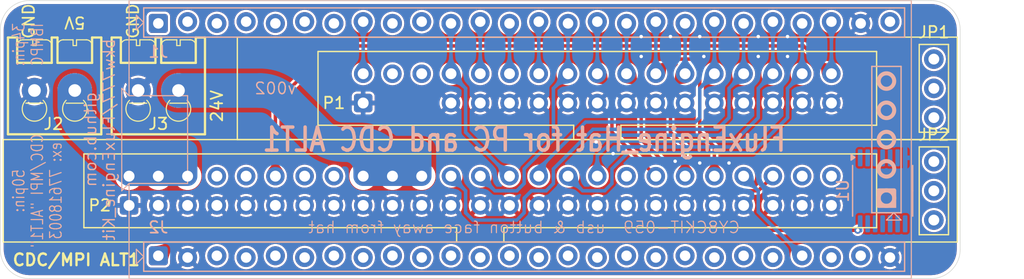
<source format=kicad_pcb>
(kicad_pcb (version 20240108) (generator "pcbnew") (generator_version "8.0")
  (title_block (title "FluxEngine_Hat for PC and CDC ALT1") (date "2024-04-25") (rev "002") (company "Brian K. White - b.kenyon.w@gmail.com") (comment 1 "github.com/bkw777/FluxEngine_Kit"))
  (layers (0 "F.Cu" signal) (31 "B.Cu" signal) (34 "B.Paste" user) (35 "F.Paste" user) (36 "B.SilkS" user "B.Silkscreen") (37 "F.SilkS" user "F.Silkscreen") (38 "B.Mask" user) (39 "F.Mask" user) (44 "Edge.Cuts" user))
  (net 0 "")
  (net 1 "GND")
  (net 4 "/SIDE")
  (net 5 "/~{DSB}")
  (net 6 "/~{REDWC}")
  (net 7 "/~{TRK0}")
  (net 8 "/~{MOTB}")
  (net 9 "/~{WGATE}")
  (net 10 "/~{INDEX}")
  (net 11 "/~{WPROT}")
  (net 12 "/~{DSA}")
  (net 13 "/~{MOTA}")
  (net 14 "/~{STEP}")
  (net 15 "/DIR")
  (net 36 "VCC")
  (net 48 "/5VDC")
  (net 49 "/24VDC")
  (net 54 "/~{DSKCHG}")
  (net 57 "/~{WDATA}")
  (net 58 "/~{RDATA}")
  (net 60 "/~{TG43}")
  (net 62 "/~{STEP}{slash}~{STEPOUT}")
  (net 63 "/~{STEP_OUT}")
  (net 64 "/~{STEP_IN}")
  (net 65 "/DIR{slash}~{STEPIN}")
  (net 66 "Net-(U1-Pad12)")
  (net 67 "Net-(U1-Pad13)")
  (footprint "000_LOCAL:PinHeader_1x03_P2.54mm_Vertical" (layer "F.Cu") (at 183.515001 98.424999)
    (property "Reference" "JP2" (at 0 -2.33 0) (layer "F.SilkS"))
    (property "Value" "Jumper_3_Bridged12")
    (fp_line (start -1.27 -1.27) (end -1.27 6.35) (stroke (width 0.12)) (layer "F.SilkS"))
    (fp_line (start -1.27 -1.27) (end 1.27 -1.27) (stroke (width 0.12)) (layer "F.SilkS"))
    (fp_line (start -1.27 6.35) (end 1.27 6.35) (stroke (width 0.12)) (layer "F.SilkS"))
    (fp_line (start 1.27 -1.27) (end 1.27 6.35) (stroke (width 0.12)) (layer "F.SilkS"))
    (pad "1" thru_hole circle (at 0 0) (size 1.7 1.7) (drill 0.94) (layers "*.Cu" "*.Mask") (net 15 "/DIR"))
    (pad "2" thru_hole circle (at 0 2.54) (size 1.7 1.7) (drill 0.94) (layers "*.Cu" "*.Mask") (net 65 "/DIR{slash}~{STEPIN}"))
    (pad "3" thru_hole circle (at 0 5.08) (size 1.7 1.7) (drill 0.94) (layers "*.Cu" "*.Mask") (net 64 "/~{STEP_IN}"))
  )
  (footprint "000_LOCAL:IDC-Header_2x17_P2.54mm_Latch_Vertical - FDD" (layer "F.Cu") (at 133.985 93.345 90)
    (property "Reference" "P1" (at 0 -2.54 0) (layer "F.SilkS"))
    (property "Value" "FDC_BUS_IBMPC")
    (fp_line (start 5.715 -10.922) (end 5.715 51.562) (stroke (width 0.12)) (layer "F.SilkS"))
    (fp_line (start -3.175 -10.922) (end 5.715 -10.922) (stroke (width 0.12)) (layer "F.SilkS"))
    (fp_line (start 4.47 -3.92) (end 4.47 44.56) (stroke (width 0.12)) (layer "F.SilkS"))
    (fp_line (start -1.93 -3.92) (end 4.47 -3.92) (stroke (width 0.12)) (layer "F.SilkS"))
    (fp_line (start -1.93 18.27) (end -1.93 -3.92) (stroke (width 0.12)) (layer "F.SilkS"))
    (fp_line (start -3.175 18.27) (end -1.93 18.27) (stroke (width 0.12)) (layer "F.SilkS"))
    (fp_line (start -1.93 22.37) (end -1.93 22.37) (stroke (width 0.12)) (layer "F.SilkS"))
    (fp_line (start -1.93 22.37) (end -3.175 22.37) (stroke (width 0.12)) (layer "F.SilkS"))
    (fp_line (start 4.47 44.56) (end -1.93 44.56) (stroke (width 0.12)) (layer "F.SilkS"))
    (fp_line (start -1.93 44.56) (end -1.93 22.37) (stroke (width 0.12)) (layer "F.SilkS"))
    (fp_line (start 5.715 51.562) (end -3.175 51.562) (stroke (width 0.12)) (layer "F.SilkS"))
    (fp_line (start -3.175 51.562) (end -3.175 -10.922) (stroke (width 0.12)) (layer "F.SilkS"))
    (pad "1" thru_hole roundrect (at 0 0 90) (size 1.6 1.6) (drill 0.95) (layers "*.Cu" "*.Mask") (roundrect_rratio 0.15625) (net 1 "GND"))
    (pad "2" thru_hole circle (at 2.54 0 90) (size 1.6 1.6) (drill 0.95) (layers "*.Cu" "*.Mask") (net 6 "/~{REDWC}"))
    (pad "4" thru_hole circle (at 2.54 2.54 90) (size 1.6 1.6) (drill 0.95) (layers "*.Cu" "*.Mask"))
    (pad "6" thru_hole circle (at 2.54 5.08 90) (size 1.6 1.6) (drill 0.95) (layers "*.Cu" "*.Mask"))
    (pad "7" thru_hole circle (at 0 7.62 90) (size 1.6 1.6) (drill 0.95) (layers "*.Cu" "*.Mask") (net 1 "GND"))
    (pad "8" thru_hole circle (at 2.54 7.62 90) (size 1.6 1.6) (drill 0.95) (layers "*.Cu" "*.Mask") (net 10 "/~{INDEX}"))
    (pad "9" thru_hole circle (at 0 10.16 90) (size 1.6 1.6) (drill 0.95) (layers "*.Cu" "*.Mask") (net 1 "GND"))
    (pad "10" thru_hole circle (at 2.54 10.16 90) (size 1.6 1.6) (drill 0.95) (layers "*.Cu" "*.Mask") (net 13 "/~{MOTA}"))
    (pad "11" thru_hole circle (at 0 12.7 90) (size 1.6 1.6) (drill 0.95) (layers "*.Cu" "*.Mask") (net 1 "GND"))
    (pad "12" thru_hole circle (at 2.54 12.7 90) (size 1.6 1.6) (drill 0.95) (layers "*.Cu" "*.Mask") (net 5 "/~{DSB}"))
    (pad "13" thru_hole circle (at 0 15.24 90) (size 1.6 1.6) (drill 0.95) (layers "*.Cu" "*.Mask") (net 1 "GND"))
    (pad "14" thru_hole circle (at 2.54 15.24 90) (size 1.6 1.6) (drill 0.95) (layers "*.Cu" "*.Mask") (net 12 "/~{DSA}"))
    (pad "15" thru_hole circle (at 0 17.78 90) (size 1.6 1.6) (drill 0.95) (layers "*.Cu" "*.Mask") (net 1 "GND"))
    (pad "16" thru_hole circle (at 2.54 17.78 90) (size 1.6 1.6) (drill 0.95) (layers "*.Cu" "*.Mask") (net 8 "/~{MOTB}"))
    (pad "17" thru_hole circle (at 0 20.32 90) (size 1.6 1.6) (drill 0.95) (layers "*.Cu" "*.Mask") (net 1 "GND"))
    (pad "18" thru_hole circle (at 2.54 20.32 90) (size 1.6 1.6) (drill 0.95) (layers "*.Cu" "*.Mask") (net 15 "/DIR"))
    (pad "19" thru_hole circle (at 0 22.86 90) (size 1.6 1.6) (drill 0.95) (layers "*.Cu" "*.Mask") (net 1 "GND"))
    (pad "20" thru_hole circle (at 2.54 22.86 90) (size 1.6 1.6) (drill 0.95) (layers "*.Cu" "*.Mask") (net 14 "/~{STEP}"))
    (pad "21" thru_hole circle (at 0 25.4 90) (size 1.6 1.6) (drill 0.95) (layers "*.Cu" "*.Mask") (net 1 "GND"))
    (pad "22" thru_hole circle (at 2.54 25.4 90) (size 1.6 1.6) (drill 0.95) (layers "*.Cu" "*.Mask") (net 57 "/~{WDATA}"))
    (pad "23" thru_hole circle (at 0 27.94 90) (size 1.6 1.6) (drill 0.95) (layers "*.Cu" "*.Mask") (net 1 "GND"))
    (pad "24" thru_hole circle (at 2.54 27.94 90) (size 1.6 1.6) (drill 0.95) (layers "*.Cu" "*.Mask") (net 9 "/~{WGATE}"))
    (pad "25" thru_hole circle (at 0 30.48 90) (size 1.6 1.6) (drill 0.95) (layers "*.Cu" "*.Mask") (net 1 "GND"))
    (pad "26" thru_hole circle (at 2.54 30.48 90) (size 1.6 1.6) (drill 0.95) (layers "*.Cu" "*.Mask") (net 7 "/~{TRK0}"))
    (pad "27" thru_hole circle (at 0 33.02 90) (size 1.6 1.6) (drill 0.95) (layers "*.Cu" "*.Mask") (net 1 "GND"))
    (pad "28" thru_hole circle (at 2.54 33.02 90) (size 1.6 1.6) (drill 0.95) (layers "*.Cu" "*.Mask") (net 11 "/~{WPROT}"))
    (pad "29" thru_hole circle (at 0 35.56 90) (size 1.6 1.6) (drill 0.95) (layers "*.Cu" "*.Mask") (net 1 "GND"))
    (pad "30" thru_hole circle (at 2.54 35.56 90) (size 1.6 1.6) (drill 0.95) (layers "*.Cu" "*.Mask") (net 58 "/~{RDATA}"))
    (pad "31" thru_hole circle (at 0 38.1 90) (size 1.6 1.6) (drill 0.95) (layers "*.Cu" "*.Mask") (net 1 "GND"))
    (pad "32" thru_hole circle (at 2.54 38.1 90) (size 1.6 1.6) (drill 0.95) (layers "*.Cu" "*.Mask") (net 4 "/SIDE"))
    (pad "33" thru_hole circle (at 0 40.64 90) (size 1.6 1.6) (drill 0.95) (layers "*.Cu" "*.Mask") (net 1 "GND"))
    (pad "34" thru_hole circle (at 2.54 40.64 90) (size 1.6 1.6) (drill 0.95) (layers "*.Cu" "*.Mask") (net 54 "/~{DSKCHG}"))
  )
  (footprint "000_LOCAL:PinHeader_1x03_P2.54mm_Vertical" (layer "F.Cu") (at 183.515001 89.534999)
    (property "Reference" "JP1" (at 0 -2.33 0) (layer "F.SilkS"))
    (property "Value" "Jumper_3_Bridged12")
    (fp_line (start -1.27 -1.27) (end -1.27 6.35) (stroke (width 0.12)) (layer "F.SilkS"))
    (fp_line (start -1.27 -1.27) (end 1.27 -1.27) (stroke (width 0.12)) (layer "F.SilkS"))
    (fp_line (start -1.27 6.35) (end 1.27 6.35) (stroke (width 0.12)) (layer "F.SilkS"))
    (fp_line (start 1.27 -1.27) (end 1.27 6.35) (stroke (width 0.12)) (layer "F.SilkS"))
    (pad "1" thru_hole circle (at 0 0) (size 1.7 1.7) (drill 0.94) (layers "*.Cu" "*.Mask") (net 14 "/~{STEP}"))
    (pad "2" thru_hole circle (at 0 2.54) (size 1.7 1.7) (drill 0.94) (layers "*.Cu" "*.Mask") (net 62 "/~{STEP}{slash}~{STEPOUT}"))
    (pad "3" thru_hole circle (at 0 5.08) (size 1.7 1.7) (drill 0.94) (layers "*.Cu" "*.Mask") (net 63 "/~{STEP_OUT}"))
  )
  (footprint "000_LOCAL:IDC-Header_2x25_P2.54mm_Latch_Vertical" (layer "F.Cu") (at 113.665001 102.235001 90)
    (property "Reference" "P2" (at 0 -2.54 0) (layer "F.SilkS"))
    (property "Value" "FDC_BUS_CDC_alt1")
    (fp_line (start 5.715 -10.922) (end 5.715 71.882) (stroke (width 0.12)) (layer "F.SilkS"))
    (fp_line (start -3.175 -10.922) (end 5.715 -10.922) (stroke (width 0.12)) (layer "F.SilkS"))
    (fp_line (start 4.47 -3.92) (end 4.47 64.88) (stroke (width 0.12)) (layer "F.SilkS"))
    (fp_line (start -1.930001 -3.92) (end 4.47 -3.92) (stroke (width 0.12)) (layer "F.SilkS"))
    (fp_line (start -1.93 28.43) (end -1.930001 -3.92) (stroke (width 0.12)) (layer "F.SilkS"))
    (fp_line (start -3.175 28.43) (end -1.93 28.43) (stroke (width 0.12)) (layer "F.SilkS"))
    (fp_line (start -1.93 32.530001) (end -1.93 32.530001) (stroke (width 0.12)) (layer "F.SilkS"))
    (fp_line (start -1.93 32.530001) (end -3.175 32.530001) (stroke (width 0.12)) (layer "F.SilkS"))
    (fp_line (start 4.47 64.88) (end -1.93 64.88) (stroke (width 0.12)) (layer "F.SilkS"))
    (fp_line (start -1.93 64.88) (end -1.93 32.530001) (stroke (width 0.12)) (layer "F.SilkS"))
    (fp_line (start 5.715 71.882) (end -3.175 71.882001) (stroke (width 0.12)) (layer "F.SilkS"))
    (fp_line (start -3.175 71.882001) (end -3.175 -10.922) (stroke (width 0.12)) (layer "F.SilkS"))
    (pad "1" thru_hole roundrect (at 0 0 90) (size 1.6 1.6) (drill 0.95) (layers "*.Cu" "*.Mask") (roundrect_rratio 0.15625) (net 1 "GND"))
    (pad "2" thru_hole circle (at 2.54 0 90) (size 1.6 1.6) (drill 0.95) (layers "*.Cu" "*.Mask") (net 48 "/5VDC"))
    (pad "3" thru_hole circle (at 0 2.54 90) (size 1.6 1.6) (drill 0.95) (layers "*.Cu" "*.Mask") (net 1 "GND"))
    (pad "4" thru_hole circle (at 2.54 2.54 90) (size 1.6 1.6) (drill 0.95) (layers "*.Cu" "*.Mask") (net 48 "/5VDC"))
    (pad "5" thru_hole circle (at 0 5.079999 90) (size 1.6 1.6) (drill 0.95) (layers "*.Cu" "*.Mask") (net 1 "GND"))
    (pad "6" thru_hole circle (at 2.54 5.08 90) (size 1.6 1.6) (drill 0.95) (layers "*.Cu" "*.Mask") (net 48 "/5VDC"))
    (pad "7" thru_hole circle (at 0 7.62 90) (size 1.6 1.6) (drill 0.95) (layers "*.Cu" "*.Mask") (net 1 "GND"))
    (pad "8" thru_hole circle (at 2.54 7.62 90) (size 1.6 1.6) (drill 0.95) (layers "*.Cu" "*.Mask"))
    (pad "9" thru_hole circle (at 0 10.16 90) (size 1.6 1.6) (drill 0.95) (layers "*.Cu" "*.Mask") (net 1 "GND"))
    (pad "10" thru_hole circle (at 2.54 10.16 90) (size 1.6 1.6) (drill 0.95) (layers "*.Cu" "*.Mask"))
    (pad "11" thru_hole circle (at 0 12.7 90) (size 1.6 1.6) (drill 0.95) (layers "*.Cu" "*.Mask") (net 1 "GND"))
    (pad "12" thru_hole circle (at 2.54 12.7 90) (size 1.6 1.6) (drill 0.95) (layers "*.Cu" "*.Mask") (net 54 "/~{DSKCHG}"))
    (pad "13" thru_hole circle (at 0 15.24 90) (size 1.6 1.6) (drill 0.95) (layers "*.Cu" "*.Mask") (net 1 "GND"))
    (pad "14" thru_hole circle (at 2.54 15.24 90) (size 1.6 1.6) (drill 0.95) (layers "*.Cu" "*.Mask"))
    (pad "15" thru_hole circle (at 0 17.780001 90) (size 1.6 1.6) (drill 0.95) (layers "*.Cu" "*.Mask") (net 1 "GND"))
    (pad "16" thru_hole circle (at 2.54 17.78 90) (size 1.6 1.6) (drill 0.95) (layers "*.Cu" "*.Mask"))
    (pad "17" thru_hole circle (at 0 20.32 90) (size 1.6 1.6) (drill 0.95) (layers "*.Cu" "*.Mask") (net 1 "GND"))
    (pad "18" thru_hole circle (at 2.54 20.32 90) (size 1.6 1.6) (drill 0.95) (layers "*.Cu" "*.Mask") (net 49 "/24VDC"))
    (pad "19" thru_hole circle (at 0 22.86 90) (size 1.6 1.6) (drill 0.95) (layers "*.Cu" "*.Mask") (net 1 "GND"))
    (pad "20" thru_hole circle (at 2.54 22.86 90) (size 1.6 1.6) (drill 0.95) (layers "*.Cu" "*.Mask") (net 49 "/24VDC"))
    (pad "21" thru_hole circle (at 0 25.4 90) (size 1.6 1.6) (drill 0.95) (layers "*.Cu" "*.Mask") (net 1 "GND"))
    (pad "22" thru_hole circle (at 2.54 25.4 90) (size 1.6 1.6) (drill 0.95) (layers "*.Cu" "*.Mask") (net 49 "/24VDC"))
    (pad "23" thru_hole circle (at 0 27.939999 90) (size 1.6 1.6) (drill 0.95) (layers "*.Cu" "*.Mask") (net 1 "GND"))
    (pad "24" thru_hole circle (at 2.54 27.94 90) (size 1.6 1.6) (drill 0.95) (layers "*.Cu" "*.Mask") (net 11 "/~{WPROT}"))
    (pad "25" thru_hole circle (at 0 30.48 90) (size 1.6 1.6) (drill 0.95) (layers "*.Cu" "*.Mask") (net 1 "GND"))
    (pad "26" thru_hole circle (at 2.54 30.48 90) (size 1.6 1.6) (drill 0.95) (layers "*.Cu" "*.Mask") (net 8 "/~{MOTB}"))
    (pad "27" thru_hole circle (at 0 33.02 90) (size 1.6 1.6) (drill 0.95) (layers "*.Cu" "*.Mask") (net 1 "GND"))
    (pad "28" thru_hole circle (at 2.54 33.02 90) (size 1.6 1.6) (drill 0.95) (layers "*.Cu" "*.Mask") (net 10 "/~{INDEX}"))
    (pad "29" thru_hole circle (at 0 35.56 90) (size 1.6 1.6) (drill 0.95) (layers "*.Cu" "*.Mask") (net 1 "GND"))
    (pad "30" thru_hole circle (at 2.54 35.56 90) (size 1.6 1.6) (drill 0.95) (layers "*.Cu" "*.Mask") (net 7 "/~{TRK0}"))
    (pad "31" thru_hole circle (at 0 38.099999 90) (size 1.6 1.6) (drill 0.95) (layers "*.Cu" "*.Mask") (net 1 "GND"))
    (pad "32" thru_hole circle (at 2.54 38.1 90) (size 1.6 1.6) (drill 0.95) (layers "*.Cu" "*.Mask") (net 4 "/SIDE"))
    (pad "33" thru_hole circle (at 0 40.640001 90) (size 1.6 1.6) (drill 0.95) (layers "*.Cu" "*.Mask") (net 1 "GND"))
    (pad "34" thru_hole circle (at 2.54 40.64 90) (size 1.6 1.6) (drill 0.95) (layers "*.Cu" "*.Mask") (net 58 "/~{RDATA}"))
    (pad "35" thru_hole circle (at 0 43.18 90) (size 1.6 1.6) (drill 0.95) (layers "*.Cu" "*.Mask") (net 1 "GND"))
    (pad "36" thru_hole circle (at 2.54 43.18 90) (size 1.6 1.6) (drill 0.95) (layers "*.Cu" "*.Mask"))
    (pad "37" thru_hole circle (at 0 45.72 90) (size 1.6 1.6) (drill 0.95) (layers "*.Cu" "*.Mask") (net 1 "GND"))
    (pad "38" thru_hole circle (at 2.54 45.72 90) (size 1.6 1.6) (drill 0.95) (layers "*.Cu" "*.Mask") (net 65 "/DIR{slash}~{STEPIN}"))
    (pad "39" thru_hole circle (at 0 48.26 90) (size 1.6 1.6) (drill 0.95) (layers "*.Cu" "*.Mask") (net 1 "GND"))
    (pad "40" thru_hole circle (at 2.54 48.26 90) (size 1.6 1.6) (drill 0.95) (layers "*.Cu" "*.Mask") (net 9 "/~{WGATE}"))
    (pad "41" thru_hole circle (at 0 50.799999 90) (size 1.6 1.6) (drill 0.95) (layers "*.Cu" "*.Mask") (net 1 "GND"))
    (pad "42" thru_hole circle (at 2.54 50.8 90) (size 1.6 1.6) (drill 0.95) (layers "*.Cu" "*.Mask") (net 57 "/~{WDATA}"))
    (pad "43" thru_hole circle (at 0 53.34 90) (size 1.6 1.6) (drill 0.95) (layers "*.Cu" "*.Mask") (net 1 "GND"))
    (pad "44" thru_hole circle (at 2.54 53.34 90) (size 1.6 1.6) (drill 0.95) (layers "*.Cu" "*.Mask") (net 60 "/~{TG43}"))
    (pad "45" thru_hole circle (at 0 55.88 90) (size 1.6 1.6) (drill 0.95) (layers "*.Cu" "*.Mask") (net 1 "GND"))
    (pad "46" thru_hole circle (at 2.54 55.88 90) (size 1.6 1.6) (drill 0.95) (layers "*.Cu" "*.Mask") (net 62 "/~{STEP}{slash}~{STEPOUT}"))
    (pad "47" thru_hole circle (at 0 58.42 90) (size 1.6 1.6) (drill 0.95) (layers "*.Cu" "*.Mask") (net 1 "GND"))
    (pad "48" thru_hole circle (at 2.54 58.42 90) (size 1.6 1.6) (drill 0.95) (layers "*.Cu" "*.Mask"))
    (pad "49" thru_hole circle (at 0 60.959999 90) (size 1.6 1.6) (drill 0.95) (layers "*.Cu" "*.Mask") (net 1 "GND"))
    (pad "50" thru_hole circle (at 2.54 60.96 90) (size 1.6 1.6) (drill 0.95) (layers "*.Cu" "*.Mask"))
  )
  (footprint "000_LOCAL:ScrewTerminal_1x02_P3.5mm_vertical" (layer "F.Cu") (at 107.205001 91.859999)
    (property "Reference" "J2" (at -0.1 3.3 0) (layer "F.SilkS") (effects (font (size 1.000843 1.000843))))
    (property "Value" "5V" (at 1.75 -5.5 180) (layer "F.SilkS"))
    (fp_line (start -4.05 -4.2) (end -4.05 4.2) (stroke (width 0.2)) (layer "F.SilkS"))
    (fp_line (start -4.05 4.2) (end 4.05 4.2) (stroke (width 0.2)) (layer "F.SilkS"))
    (fp_line (start -3.25 -4.2) (end -4.05 -4.2) (stroke (width 0.2)) (layer "F.SilkS"))
    (fp_line (start -3.25 -2) (end -3.25 -4.2) (stroke (width 0.2)) (layer "F.SilkS"))
    (fp_line (start -2.75 -4) (end -1.9 -4) (stroke (width 0.1)) (layer "F.SilkS"))
    (fp_line (start -2.5 1.5) (end -1 1.5) (stroke (width 0.1)) (layer "F.SilkS"))
    (fp_line (start -1.9 -4) (end -1.9 -3.5) (stroke (width 0.1)) (layer "F.SilkS"))
    (fp_line (start -1.9 -3.5) (end -1.6 -3.5) (stroke (width 0.1)) (layer "F.SilkS"))
    (fp_line (start -1.6 -3.999998) (end -0.75 -3.999998) (stroke (width 0.1)) (layer "F.SilkS"))
    (fp_line (start -1.6 -3.5) (end -1.6 -4) (stroke (width 0.1)) (layer "F.SilkS"))
    (fp_line (start -0.25 -2) (end -3.25 -2) (stroke (width 0.2)) (layer "F.SilkS"))
    (fp_line (start -0.25 -2) (end -0.25 -4.2) (stroke (width 0.2)) (layer "F.SilkS"))
    (fp_line (start 0.25 -4.2) (end -0.25 -4.2) (stroke (width 0.2)) (layer "F.SilkS"))
    (fp_line (start 0.25 -2) (end 0.25 -4.2) (stroke (width 0.2)) (layer "F.SilkS"))
    (fp_line (start 0.75 -3.999998) (end 1.6 -3.999998) (stroke (width 0.1)) (layer "F.SilkS"))
    (fp_line (start 1 1.5) (end 2.5 1.5) (stroke (width 0.1)) (layer "F.SilkS"))
    (fp_line (start 1.6 -4) (end 1.6 -3.5) (stroke (width 0.1)) (layer "F.SilkS"))
    (fp_line (start 1.6 -3.499998) (end 1.9 -3.499998) (stroke (width 0.1)) (layer "F.SilkS"))
    (fp_line (start 1.9 -3.999998) (end 2.75 -3.999998) (stroke (width 0.1)) (layer "F.SilkS"))
    (fp_line (start 1.9 -3.499998) (end 1.9 -3.999998) (stroke (width 0.1)) (layer "F.SilkS"))
    (fp_line (start 3.25 -2) (end 0.25 -2) (stroke (width 0.2)) (layer "F.SilkS"))
    (fp_line (start 3.25 -2) (end 3.25 -4.2) (stroke (width 0.2)) (layer "F.SilkS"))
    (fp_line (start 4.05 -4.2) (end 3.25 -4.2) (stroke (width 0.2)) (layer "F.SilkS"))
    (fp_line (start 4.05 4.2) (end 4.05 -4.2) (stroke (width 0.2)) (layer "F.SilkS"))
    (fp_arc (start -3.25 -3.5) (mid -3.103553 -3.853553) (end -2.75 -4) (stroke (width 0.1)) (layer "F.SilkS"))
    (fp_arc (start -1 1.25) (mid -1.75 3.06066) (end -2.5 1.25) (stroke (width 0.1)) (layer "F.SilkS"))
    (fp_arc (start -0.75 -3.999998) (mid -0.396447 -3.853552) (end -0.250001 -3.499999) (stroke (width 0.1)) (layer "F.SilkS"))
    (fp_arc (start 0.25 -3.5) (mid 0.396447 -3.853553) (end 0.75 -4) (stroke (width 0.1)) (layer "F.SilkS"))
    (fp_arc (start 2.5 1.25) (mid 1.75 3.06066) (end 1 1.25) (stroke (width 0.1)) (layer "F.SilkS"))
    (fp_arc (start 2.75 -3.999998) (mid 3.103552 -3.853552) (end 3.249999 -3.499999) (stroke (width 0.1)) (layer "F.SilkS"))
    (pad "1" thru_hole circle (at -1.75 0.4) (size 2.2 2.2) (drill 1.1) (layers "*.Cu" "*.Mask") (net 1 "GND") (thermal_bridge_width 0.6))
    (pad "2" thru_hole circle (at 1.75 0.4) (size 2.2 2.2) (drill 1.1) (layers "*.Cu" "*.Mask") (net 48 "/5VDC"))
  )
  (footprint "000_LOCAL:ScrewTerminal_1x02_P3.5mm_vertical" (layer "F.Cu") (at 116.205001 91.859999)
    (property "Reference" "J3" (at 0 3.3 0) (layer "F.SilkS") (effects (font (size 1.000843 1.000843))))
    (property "Value" "24V" (at 4.5 1.75 90) (layer "F.SilkS") (effects (justify top)))
    (fp_line (start -4.05 -4.2) (end -4.05 4.2) (stroke (width 0.2)) (layer "F.SilkS"))
    (fp_line (start -4.05 4.2) (end 4.05 4.2) (stroke (width 0.2)) (layer "F.SilkS"))
    (fp_line (start -3.250001 -4.2) (end -4.05 -4.2) (stroke (width 0.2)) (layer "F.SilkS"))
    (fp_line (start -3.25 -2.000001) (end -3.250001 -4.2) (stroke (width 0.2)) (layer "F.SilkS"))
    (fp_line (start -2.75 -4) (end -1.9 -4) (stroke (width 0.1)) (layer "F.SilkS"))
    (fp_line (start -2.5 1.5) (end -1 1.5) (stroke (width 0.1)) (layer "F.SilkS"))
    (fp_line (start -1.9 -4) (end -1.9 -3.5) (stroke (width 0.1)) (layer "F.SilkS"))
    (fp_line (start -1.9 -3.5) (end -1.6 -3.5) (stroke (width 0.1)) (layer "F.SilkS"))
    (fp_line (start -1.6 -3.999998) (end -0.75 -3.999998) (stroke (width 0.1)) (layer "F.SilkS"))
    (fp_line (start -1.6 -3.5) (end -1.6 -4) (stroke (width 0.1)) (layer "F.SilkS"))
    (fp_line (start -0.25 -2) (end -3.25 -2.000001) (stroke (width 0.2)) (layer "F.SilkS"))
    (fp_line (start -0.25 -2) (end -0.25 -4.2) (stroke (width 0.2)) (layer "F.SilkS"))
    (fp_line (start 0.25 -4.2) (end -0.25 -4.2) (stroke (width 0.2)) (layer "F.SilkS"))
    (fp_line (start 0.25 -2) (end 0.25 -4.2) (stroke (width 0.2)) (layer "F.SilkS"))
    (fp_line (start 0.75 -3.999998) (end 1.6 -3.999998) (stroke (width 0.1)) (layer "F.SilkS"))
    (fp_line (start 1 1.5) (end 2.5 1.5) (stroke (width 0.1)) (layer "F.SilkS"))
    (fp_line (start 1.6 -4) (end 1.6 -3.5) (stroke (width 0.1)) (layer "F.SilkS"))
    (fp_line (start 1.6 -3.499998) (end 1.9 -3.499998) (stroke (width 0.1)) (layer "F.SilkS"))
    (fp_line (start 1.9 -3.999998) (end 2.75 -3.999998) (stroke (width 0.1)) (layer "F.SilkS"))
    (fp_line (start 1.9 -3.499998) (end 1.9 -3.999998) (stroke (width 0.1)) (layer "F.SilkS"))
    (fp_line (start 3.25 -2.000001) (end 0.25 -2) (stroke (width 0.2)) (layer "F.SilkS"))
    (fp_line (start 3.25 -2.000001) (end 3.250001 -4.2) (stroke (width 0.2)) (layer "F.SilkS"))
    (fp_line (start 4.05 -4.2) (end 3.250001 -4.2) (stroke (width 0.2)) (layer "F.SilkS"))
    (fp_line (start 4.05 4.2) (end 4.05 -4.2) (stroke (width 0.2)) (layer "F.SilkS"))
    (fp_arc (start -3.25 -3.5) (mid -3.103553 -3.853553) (end -2.75 -4) (stroke (width 0.1)) (layer "F.SilkS"))
    (fp_arc (start -1 1.25) (mid -1.749999 3.060659) (end -2.499999 1.25) (stroke (width 0.1)) (layer "F.SilkS"))
    (fp_arc (start -0.75 -3.999998) (mid -0.396447 -3.853552) (end -0.25 -3.499999) (stroke (width 0.1)) (layer "F.SilkS"))
    (fp_arc (start 0.25 -3.5) (mid 0.396447 -3.853553) (end 0.75 -4) (stroke (width 0.1)) (layer "F.SilkS"))
    (fp_arc (start 2.499999 1.25) (mid 1.749999 3.06066) (end 1 1.25) (stroke (width 0.1)) (layer "F.SilkS"))
    (fp_arc (start 2.75 -3.999998) (mid 3.103552 -3.853552) (end 3.249999 -3.499999) (stroke (width 0.1)) (layer "F.SilkS"))
    (pad "1" thru_hole circle (at -1.75 0.4) (size 2.2 2.2) (drill 1.1) (layers "*.Cu" "*.Mask") (net 1 "GND") (thermal_bridge_width 0.6))
    (pad "2" thru_hole circle (at 1.75 0.4) (size 2.2 2.2) (drill 1.1) (layers "*.Cu" "*.Mask") (net 49 "/24VDC"))
  )
  (footprint "Package_SO:TSSOP-14_4.4x5mm_P0.65mm" (layer "B.Cu") (at 179.070001 100.964999 -90)
    (property "Reference" "U1" (at 0 3.449999 90) (layer "B.SilkS") (effects (justify mirror)))
    (property "Value" "74HC00")
    (fp_line (start -2.2 2.61) (end 0 2.61) (stroke (width 0.12)) (layer "B.SilkS"))
    (fp_line (start 2.2 2.61) (end 0 2.61) (stroke (width 0.12)) (layer "B.SilkS"))
    (fp_line (start -2.2 -2.61) (end 0 -2.61) (stroke (width 0.12)) (layer "B.SilkS"))
    (fp_line (start 2.2 -2.61) (end 0 -2.61) (stroke (width 0.12)) (layer "B.SilkS"))
    (fp_poly (pts (xy -2.9 2.41) (xy -3.14 2.74) (xy -2.66 2.740001) (xy -2.9 2.41)) (stroke (width 0.12)) (fill solid) (layer "B.SilkS"))
    (pad "1" smd roundrect (at -2.8625 1.95 270) (size 1.475 0.4) (layers "B.Cu" "B.Paste" "B.Mask") (net 14 "/~{STEP}"))
    (pad "2" smd roundrect (at -2.8625 1.3 270) (size 1.475 0.4) (layers "B.Cu" "B.Paste" "B.Mask") (net 14 "/~{STEP}"))
    (pad "3" smd roundrect (at -2.8625 0.65 270) (size 1.475 0.4) (layers "B.Cu" "B.Paste" "B.Mask") (net 66 "Net-(U1-Pad12)"))
    (pad "4" smd roundrect (at -2.8625 0 270) (size 1.475 0.4) (layers "B.Cu" "B.Paste" "B.Mask") (net 15 "/DIR"))
    (pad "5" smd roundrect (at -2.8625 -0.65 270) (size 1.475 0.4) (layers "B.Cu" "B.Paste" "B.Mask") (net 15 "/DIR"))
    (pad "6" smd roundrect (at -2.8625 -1.3 270) (size 1.475 0.4) (layers "B.Cu" "B.Paste" "B.Mask") (net 67 "Net-(U1-Pad13)"))
    (pad "7" smd roundrect (at -2.8625 -1.95 270) (size 1.475 0.4) (layers "B.Cu" "B.Paste" "B.Mask") (net 1 "GND"))
    (pad "8" smd roundrect (at 2.8625 -1.95 270) (size 1.475 0.4) (layers "B.Cu" "B.Paste" "B.Mask") (net 63 "/~{STEP_OUT}"))
    (pad "9" smd roundrect (at 2.8625 -1.3 270) (size 1.475 0.4) (layers "B.Cu" "B.Paste" "B.Mask") (net 66 "Net-(U1-Pad12)"))
    (pad "10" smd roundrect (at 2.8625 -0.65 270) (size 1.475 0.4) (layers "B.Cu" "B.Paste" "B.Mask") (net 15 "/DIR"))
    (pad "11" smd roundrect (at 2.8625 0 270) (size 1.475 0.4) (layers "B.Cu" "B.Paste" "B.Mask") (net 64 "/~{STEP_IN}"))
    (pad "12" smd roundrect (at 2.8625 0.65 270) (size 1.475 0.4) (layers "B.Cu" "B.Paste" "B.Mask") (net 66 "Net-(U1-Pad12)"))
    (pad "13" smd roundrect (at 2.8625 1.3 270) (size 1.475 0.4) (layers "B.Cu" "B.Paste" "B.Mask") (net 67 "Net-(U1-Pad13)"))
    (pad "14" smd roundrect (at 2.8625 1.95 270) (size 1.475 0.4) (layers "B.Cu" "B.Paste" "B.Mask") (net 36 "VCC"))
  )
  (footprint "000_LOCAL:CY8CKIT-059 dry fit" (layer "B.Cu") (at 116.205001 86.359999 -90)
    (property "Reference" "J1" (hide yes))
    (property "Value" "CY8CKIT-059")
    (fp_line (start 14.605 3.175) (end 5.715 3.175) (stroke (width 0.1)) (layer "B.SilkS"))
    (fp_line (start 6.35 2.54) (end 5.715 3.175) (stroke (width 0.1)) (layer "B.SilkS"))
    (fp_line (start 6.35 2.54) (end -1.905 2.54) (stroke (width 0.1)) (layer "B.SilkS"))
    (fp_line (start 6.35 2.54) (end 6.35 -2.54) (stroke (width 0.1)) (layer "B.SilkS"))
    (fp_line (start 13.97 2.54) (end 14.605 3.175) (stroke (width 0.1)) (layer "B.SilkS"))
    (fp_line (start 22.225 2.54) (end 13.97 2.54) (stroke (width 0.1)) (layer "B.SilkS"))
    (fp_line (start 22.225 2.54) (end 22.225 -65.3542) (stroke (width 0.1)) (layer "B.SilkS"))
    (fp_line (start -0.635 1.905) (end 0 1.27) (stroke (width 0.1)) (layer "B.SilkS"))
    (fp_line (start 0.635 1.905) (end -0.635 1.905) (stroke (width 0.1)) (layer "B.SilkS"))
    (fp_line (start 19.685 1.905) (end 20.32 1.27) (stroke (width 0.1)) (layer "B.SilkS"))
    (fp_line (start 20.955 1.905) (end 19.685 1.905) (stroke (width 0.1)) (layer "B.SilkS"))
    (fp_line (start 0 1.27) (end 0.635 1.905) (stroke (width 0.1)) (layer "B.SilkS"))
    (fp_line (start 1.27 1.27) (end -1.27 1.27) (stroke (width 0.12)) (layer "B.SilkS"))
    (fp_line (start 20.32 1.27) (end 20.955 1.905) (stroke (width 0.1)) (layer "B.SilkS"))
    (fp_line (start 21.59 1.27) (end 19.05 1.27) (stroke (width 0.12)) (layer "B.SilkS"))
    (fp_line (start 6.35 -2.54) (end 13.97 -2.54) (stroke (width 0.1)) (layer "B.SilkS"))
    (fp_line (start 13.97 -2.54) (end 13.97 2.54) (stroke (width 0.1)) (layer "B.SilkS"))
    (fp_line (start 3.809998 -61.9252) (end 16.509999 -61.925199) (stroke (width 0.12)) (layer "B.SilkS"))
    (fp_line (start 17.145 -63.1952) (end 16.51 -63.8302) (stroke (width 0.1)) (layer "B.SilkS"))
    (fp_line (start 16.51 -63.8302) (end 17.145 -64.4652) (stroke (width 0.1)) (layer "B.SilkS"))
    (fp_line (start 3.809998 -64.4652) (end 3.809998 -61.9252) (stroke (width 0.12)) (layer "B.SilkS"))
    (fp_line (start 3.809998 -64.4652) (end 16.509999 -64.465201) (stroke (width 0.12)) (layer "B.SilkS"))
    (fp_line (start 17.145 -64.4652) (end 17.145 -63.1952) (stroke (width 0.1)) (layer "B.SilkS"))
    (fp_line (start 16.509999 -64.465201) (end 16.509999 -61.925199) (stroke (width 0.12)) (layer "B.SilkS"))
    (fp_line (start -1.27 -64.77) (end -1.27 1.27) (stroke (width 0.12)) (layer "B.SilkS"))
    (fp_line (start 1.27 -64.77) (end 1.27 1.27) (stroke (width 0.12)) (layer "B.SilkS"))
    (fp_line (start 1.27 -64.77) (end -1.27 -64.77) (stroke (width 0.12)) (layer "B.SilkS"))
    (fp_line (start 19.05 -64.77) (end 19.05 1.27) (stroke (width 0.12)) (layer "B.SilkS"))
    (fp_line (start 21.59 -64.77) (end 21.59 1.27) (stroke (width 0.12)) (layer "B.SilkS"))
    (fp_line (start 21.59 -64.77) (end 19.05 -64.77) (stroke (width 0.12)) (layer "B.SilkS"))
    (fp_line (start -1.905 -65.3542) (end -1.905 2.54) (stroke (width 0.1)) (layer "B.SilkS"))
    (fp_line (start 22.225 -65.3542) (end -1.905 -65.3542) (stroke (width 0.1)) (layer "B.SilkS"))
    (fp_rect (start 15.9131 -63.8683) (end 14.5669 -62.5221) (stroke (width 0.35052)) (fill none) (layer "B.SilkS"))
    (fp_circle (center 5.08 -63.1952) (end 5.7531 -63.1952) (stroke (width 0.35052)) (fill none) (layer "B.SilkS"))
    (fp_circle (center 7.62 -63.1952) (end 8.2931 -63.1952) (stroke (width 0.35052)) (fill none) (layer "B.SilkS"))
    (fp_circle (center 10.16 -63.1952) (end 10.8331 -63.1952) (stroke (width 0.35052)) (fill none) (layer "B.SilkS"))
    (fp_circle (center 12.7 -63.1952) (end 13.3731 -63.1952) (stroke (width 0.35052)) (fill none) (layer "B.SilkS"))
    (fp_circle (center 15.24 -63.1952) (end 15.9131 -63.1952) (stroke (width 0.35052)) (fill none) (layer "B.SilkS"))
    (fp_text user "J2" (at 17.78 0 0) (layer "B.SilkS") (effects (justify mirror)))
    (fp_text user "J1" (at 2.54 0 0) (layer "B.SilkS") (effects (justify mirror)))
    (pad "J1_1" thru_hole roundrect (at 0.0762 0 270) (size 1.651 1.651) (drill 0.9144) (layers "*.Cu" "*.Mask") (roundrect_rratio 0.1514233798))
    (pad "J1_2" thru_hole circle (at -0.0762 -2.54 270) (size 1.651 1.651) (drill 0.9144) (layers "*.Cu" "*.Mask"))
    (pad "J1_3" thru_hole circle (at 0.0762 -5.08 270) (size 1.651 1.651) (drill 0.9144) (layers "*.Cu" "*.Mask"))
    (pad "J1_4" thru_hole circle (at -0.0762 -7.62 270) (size 1.651 1.651) (drill 0.9144) (layers "*.Cu" "*.Mask"))
    (pad "J1_5" thru_hole circle (at 0.0762 -10.16 270) (size 1.651 1.651) (drill 0.9144) (layers "*.Cu" "*.Mask"))
    (pad "J1_6" thru_hole circle (at -0.0762 -12.7 270) (size 1.651 1.651) (drill 0.9144) (layers "*.Cu" "*.Mask"))
    (pad "J1_7" thru_hole circle (at 0.0762 -15.24 270) (size 1.651 1.651) (drill 0.9144) (layers "*.Cu" "*.Mask"))
    (pad "J1_8" thru_hole circle (at -0.0762 -17.78 270) (size 1.651 1.651) (drill 0.9144) (layers "*.Cu" "*.Mask") (net 6 "/~{REDWC}"))
    (pad "J1_9" thru_hole circle (at 0.0762 -20.32 270) (size 1.651 1.651) (drill 0.9144) (layers "*.Cu" "*.Mask"))
    (pad "J1_10" thru_hole circle (at -0.0762 -22.86 270) (size 1.651 1.651) (drill 0.9144) (layers "*.Cu" "*.Mask"))
    (pad "J1_11" thru_hole circle (at 0.0762 -25.4 270) (size 1.651 1.651) (drill 0.9144) (layers "*.Cu" "*.Mask") (net 10 "/~{INDEX}"))
    (pad "J1_12" thru_hole circle (at -0.0762 -27.94 270) (size 1.651 1.651) (drill 0.9144) (layers "*.Cu" "*.Mask") (net 13 "/~{MOTA}"))
    (pad "J1_13" thru_hole circle (at 0.0762 -30.48 270) (size 1.651 1.651) (drill 0.9144) (layers "*.Cu" "*.Mask") (net 5 "/~{DSB}"))
    (pad "J1_14" thru_hole circle (at -0.0762 -33.02 270) (size 1.651 1.651) (drill 0.9144) (layers "*.Cu" "*.Mask") (net 12 "/~{DSA}"))
    (pad "J1_15" thru_hole circle (at 0.0762 -35.56 270) (size 1.651 1.651) (drill 0.9144) (layers "*.Cu" "*.Mask") (net 8 "/~{MOTB}"))
    (pad "J1_16" thru_hole circle (at -0.0762 -38.1 270) (size 1.651 1.651) (drill 0.9144) (layers "*.Cu" "*.Mask") (net 15 "/DIR"))
    (pad "J1_17" thru_hole circle (at 0.0762 -40.64 270) (size 1.651 1.651) (drill 0.9144) (layers "*.Cu" "*.Mask") (net 14 "/~{STEP}"))
    (pad "J1_18" thru_hole circle (at -0.0762 -43.18 270) (size 1.651 1.651) (drill 0.9144) (layers "*.Cu" "*.Mask") (net 57 "/~{WDATA}"))
    (pad "J1_19" thru_hole circle (at 0.0762 -45.72 270) (size 1.651 1.651) (drill 0.9144) (layers "*.Cu" "*.Mask") (net 9 "/~{WGATE}"))
    (pad "J1_20" thru_hole circle (at -0.0762 -48.26 270) (size 1.651 1.651) (drill 0.9144) (layers "*.Cu" "*.Mask") (net 7 "/~{TRK0}"))
    (pad "J1_21" thru_hole circle (at 0.0762 -50.8 270) (size 1.651 1.651) (drill 0.9144) (layers "*.Cu" "*.Mask") (net 11 "/~{WPROT}"))
    (pad "J1_22" thru_hole circle (at -0.0762 -53.34 270) (size 1.651 1.651) (drill 0.9144) (layers "*.Cu" "*.Mask") (net 58 "/~{RDATA}"))
    (pad "J1_23" thru_hole circle (at 0.0762 -55.88 270) (size 1.651 1.651) (drill 0.9144) (layers "*.Cu" "*.Mask") (net 4 "/SIDE"))
    (pad "J1_24" thru_hole circle (at -0.0762 -58.42 270) (size 1.651 1.651) (drill 0.9144) (layers "*.Cu" "*.Mask") (net 54 "/~{DSKCHG}"))
    (pad "J1_25" thru_hole circle (at 0.0762 -60.96 270) (size 1.651 1.651) (drill 0.9144) (layers "*.Cu" "*.Mask") (net 1 "GND"))
    (pad "J1_26" thru_hole circle (at -0.0762 -63.5 270) (size 1.651 1.651) (drill 0.9144) (layers "*.Cu" "*.Mask"))
    (pad "J2_1" thru_hole roundrect (at 20.2438 0 270) (size 1.651 1.651) (drill 0.9144) (layers "*.Cu" "*.Mask") (roundrect_rratio 0.1514233798) (net 36 "VCC"))
    (pad "J2_2" thru_hole circle (at 20.3962 -2.54 270) (size 1.651 1.651) (drill 0.9144) (layers "*.Cu" "*.Mask") (net 1 "GND"))
    (pad "J2_3" thru_hole circle (at 20.2438 -5.08 270) (size 1.651 1.651) (drill 0.9144) (layers "*.Cu" "*.Mask"))
    (pad "J2_4" thru_hole circle (at 20.3962 -7.62 270) (size 1.651 1.651) (drill 0.9144) (layers "*.Cu" "*.Mask"))
    (pad "J2_5" thru_hole circle (at 20.2438 -10.16 270) (size 1.651 1.651) (drill 0.9144) (layers "*.Cu" "*.Mask"))
    (pad "J2_6" thru_hole circle (at 20.3962 -12.7 270) (size 1.651 1.651) (drill 0.9144) (layers "*.Cu" "*.Mask"))
    (pad "J2_7" thru_hole circle (at 20.2438 -15.24 270) (size 1.651 1.651) (drill 0.9144) (layers "*.Cu" "*.Mask"))
    (pad "J2_8" thru_hole circle (at 20.3962 -17.78 270) (size 1.651 1.651) (drill 0.9144) (layers "*.Cu" "*.Mask"))
    (pad "J2_9" thru_hole circle (at 20.2438 -20.32 270) (size 1.651 1.651) (drill 0.9144) (layers "*.Cu" "*.Mask"))
    (pad "J2_10" thru_hole circle (at 20.3962 -22.86 270) (size 1.651 1.651) (drill 0.9144) (layers "*.Cu" "*.Mask"))
    (pad "J2_11" thru_hole circle (at 20.2438 -25.4 270) (size 1.651 1.651) (drill 0.9144) (layers "*.Cu" "*.Mask"))
    (pad "J2_12" thru_hole circle (at 20.3962 -27.94 270) (size 1.651 1.651) (drill 0.9144) (layers "*.Cu" "*.Mask"))
    (pad "J2_13" thru_hole circle (at 20.2438 -30.48 270) (size 1.651 1.651) (drill 0.9144) (layers "*.Cu" "*.Mask"))
    (pad "J2_14" thru_hole circle (at 20.3962 -33.02 270) (size 1.651 1.651) (drill 0.9144) (layers "*.Cu" "*.Mask"))
    (pad "J2_15" thru_hole circle (at 20.2438 -35.56 270) (size 1.651 1.651) (drill 0.9144) (layers "*.Cu" "*.Mask"))
    (pad "J2_16" thru_hole circle (at 20.3962 -38.1 270) (size 1.651 1.651) (drill 0.9144) (layers "*.Cu" "*.Mask"))
    (pad "J2_17" thru_hole circle (at 20.2438 -40.64 270) (size 1.651 1.651) (drill 0.9144) (layers "*.Cu" "*.Mask"))
    (pad "J2_18" thru_hole circle (at 20.3962 -43.18 270) (size 1.651 1.651) (drill 0.9144) (layers "*.Cu" "*.Mask"))
    (pad "J2_19" thru_hole circle (at 20.2438 -45.72 270) (size 1.651 1.651) (drill 0.9144) (layers "*.Cu" "*.Mask"))
    (pad "J2_20" thru_hole circle (at 20.3962 -48.26 270) (size 1.651 1.651) (drill 0.9144) (layers "*.Cu" "*.Mask"))
    (pad "J2_21" thru_hole circle (at 20.2438 -50.8 270) (size 1.651 1.651) (drill 0.9144) (layers "*.Cu" "*.Mask"))
    (pad "J2_22" thru_hole circle (at 20.3962 -53.34 270) (size 1.651 1.651) (drill 0.9144) (layers "*.Cu" "*.Mask"))
    (pad "J2_23" thru_hole circle (at 20.2438 -55.88 270) (size 1.651 1.651) (drill 0.9144) (layers "*.Cu" "*.Mask") (net 60 "/~{TG43}"))
    (pad "J2_24" thru_hole circle (at 20.3962 -58.42 270) (size 1.651 1.651) (drill 0.9144) (layers "*.Cu" "*.Mask"))
    (pad "J2_25" thru_hole circle (at 20.2438 -60.96 270) (size 1.651 1.651) (drill 0.9144) (layers "*.Cu" "*.Mask"))
    (pad "J2_26" thru_hole circle (at 20.3962 -63.5 270) (size 1.651 1.651) (drill 0.9144) (layers "*.Cu" "*.Mask") (net 1 "GND"))
  )
  (gr_line (start 113.665001 99.695001) (end 111.455001 98.109999) (stroke (width 1.7)) (layer "B.Cu") (net 48))
  (gr_rect (start 133.985001 97.445724) (end 139.065001 99.695001) (stroke (width 1.7)) (fill solid) (layer "B.Cu") (net 49))
  (gr_rect (start 113.665001 97.445724) (end 118.745001 99.695001) (stroke (width 1.7)) (fill solid) (layer "B.Cu") (net 48))
  (gr_arc (start 132.425001 98.249999) (mid 133.068468 98.516532) (end 133.335001 99.159999) (stroke (width 0.4)) (layer "B.Cu") (net 49))
  (gr_arc (start 183.261 84.455001) (mid 185.057051 85.198949) (end 185.801 86.995) (stroke (width 0.05)) (layer "Edge.Cuts"))
  (gr_arc (start 102.489 86.995) (mid 103.232949 85.198948) (end 105.029001 84.454999) (stroke (width 0.05)) (layer "Edge.Cuts"))
  (gr_arc (start 185.801 106.045) (mid 185.057051 107.841051) (end 183.261 108.585) (stroke (width 0.05)) (layer "Edge.Cuts"))
  (gr_line (start 102.489 86.995) (end 102.489 106.045) (stroke (width 0.05)) (layer "Edge.Cuts"))
  (gr_line (start 183.261 84.455001) (end 105.029001 84.454999) (stroke (width 0.05)) (layer "Edge.Cuts"))
  (gr_line (start 185.801 106.045) (end 185.801 86.995) (stroke (width 0.05)) (layer "Edge.Cuts"))
  (gr_line (start 105.029 108.584999) (end 183.261 108.585) (stroke (width 0.05)) (layer "Edge.Cuts"))
  (gr_arc (start 105.029 108.584999) (mid 103.232949 107.841051) (end 102.489 106.045) (stroke (width 0.05)) (layer "Edge.Cuts"))
  (gr_text "${TITLE}" (at 147.955001 96.52 0) (layer "B.SilkS") (effects (font (size 2 1.6) (thickness 0.3)) (justify mirror)))
  (gr_text "34pin:\nIBMPC" (at 103.505001 88.264999 90) (layer "B.SilkS") (effects (font (size 1 0.8) (thickness 0.1)) (justify top mirror)))
  (gr_text "50pin:\nCDC/MPI {dblquote}ALT1{dblquote}\nex: 77618003" (at 103.505001 100.964999 90) (layer "B.SilkS") (effects (font (size 1 0.8) (thickness 0.1)) (justify top mirror)))
  (gr_text "github.com\nbkw777/FluxEngine_Kit" (at 111.125001 96.519999 90) (layer "B.SilkS") (effects (font (size 1 1) (thickness 0.12)) (justify mirror)))
  (gr_text "v${REVISION}" (at 126.365001 92.074999 0) (layer "B.SilkS") (effects (font (size 1 1) (thickness 0.12)) (justify mirror)))
  (gr_text "CY8CKIT-059  usb & button face away from hat" (at 147.955001 104.139999 0) (layer "B.SilkS") (effects (font (size 1 1) (thickness 0.1)) (justify mirror)))
  (gr_text "CDC/MPI ALT1" (at 103.455001 106.959999 0) (layer "F.SilkS") (effects (font (size 1.016 1.016) (thickness 0.2032) (bold yes)) (justify left)))
  (gr_text "GND" (at 104.955001 87.859999 90) (layer "F.SilkS") (effects (font (size 1 1)) (justify left)))
  (gr_text "GND" (at 114.005001 87.859999 90) (layer "F.SilkS") (effects (font (size 1 1)) (justify left)))
  (via (at 163.195001 87.579199) (size 0.6) (drill 0.3) (layers "F.Cu" "B.Cu") (net 1))
  (via (at 168.275001 89.306399) (size 0.6) (drill 0.3) (layers "F.Cu" "B.Cu") (net 1))
  (via (at 165.735001 98.551999) (size 0.6) (drill 0.3) (layers "F.Cu" "B.Cu") (net 1))
  (via (at 163.195001 98.551999) (size 0.6) (drill 0.3) (layers "F.Cu" "B.Cu") (net 1))
  (via (at 155.676601 97.739199) (size 0.6) (drill 0.3) (layers "F.Cu" "B.Cu") (net 1))
  (via (at 170.815001 87.579199) (size 0.6) (drill 0.3) (layers "F.Cu" "B.Cu") (net 1))
  (via (at 154.203401 96.723199) (size 0.6) (drill 0.3) (layers "F.Cu" "B.Cu") (net 1))
  (via (at 163.550601 89.306399) (size 0.6) (drill 0.3) (layers "F.Cu" "B.Cu") (net 1))
  (via (at 170.815001 89.306399) (size 0.6) (drill 0.3) (layers "F.Cu" "B.Cu") (net 1))
  (via (at 158.115001 89.306399) (size 0.6) (drill 0.3) (layers "F.Cu" "B.Cu") (net 1))
  (via (at 168.275001 87.579199) (size 0.6) (drill 0.3) (layers "F.Cu" "B.Cu") (net 1))
  (via (at 160.655001 87.579199) (size 0.6) (drill 0.3) (layers "F.Cu" "B.Cu") (net 1))
  (via (at 158.115001 87.579199) (size 0.6) (drill 0.3) (layers "F.Cu" "B.Cu") (net 1))
  (via (at 161.061401 98.399599) (size 0.6) (drill 0.3) (layers "F.Cu" "B.Cu") (net 1))
  (segment (start 155.575001 99.059999) (end 156.972001 97.662999) (width 0.3) (layer "B.Cu") (net 4))
  (segment (start 170.815001 92.074999) (end 172.085 90.805) (width 0.3) (layer "B.Cu") (net 4))
  (segment (start 172.085001 90.804999) (end 172.085 90.805) (width 0.3) (layer "B.Cu") (net 4))
  (segment (start 155.575001 100.329999) (end 155.575001 99.059999) (width 0.3) (layer "B.Cu") (net 4))
  (segment (start 151.765001 99.695001) (end 153.034999 100.964999) (width 0.3) (layer "B.Cu") (net 4))
  (segment (start 154.940001 100.964999) (end 155.575001 100.329999) (width 0.3) (layer "B.Cu") (net 4))
  (segment (start 156.972001 97.662999) (end 167.767001 97.662999) (width 0.3) (layer "B.Cu") (net 4))
  (segment (start 167.767001 97.662999) (end 170.815001 94.614999) (width 0.3) (layer "B.Cu") (net 4))
  (segment (start 170.815001 94.614999) (end 170.815001 92.074999) (width 0.3) (layer "B.Cu") (net 4))
  (segment (start 172.085001 86.436199) (end 172.085001 90.804999) (width 0.3) (layer "B.Cu") (net 4))
  (segment (start 153.034999 100.964999) (end 154.940001 100.964999) (width 0.3) (layer "B.Cu") (net 4))
  (segment (start 146.685001 90.804999) (end 146.685 90.805) (width 0.3) (layer "B.Cu") (net 5))
  (segment (start 146.685001 86.436199) (end 146.685001 90.804999) (width 0.3) (layer "B.Cu") (net 5))
  (segment (start 133.985001 90.804999) (end 133.985 90.805) (width 0.3) (layer "B.Cu") (net 6))
  (segment (start 133.985001 86.283799) (end 133.985001 90.804999) (width 0.3) (layer "B.Cu") (net 6))
  (segment (start 163.195001 94.614999) (end 163.195001 92.074999) (width 0.3) (layer "B.Cu") (net 7))
  (segment (start 164.465001 86.283799) (end 164.465001 90.804999) (width 0.3) (layer "B.Cu") (net 7))
  (segment (start 149.225001 99.059999) (end 153.289001 94.995999) (width 0.3) (layer "B.Cu") (net 7))
  (segment (start 164.465001 90.804999) (end 164.465 90.805) (width 0.3) (layer "B.Cu") (net 7))
  (segment (start 162.814001 94.995999) (end 163.195001 94.614999) (width 0.3) (layer "B.Cu") (net 7))
  (segment (start 163.195001 92.074999) (end 164.465 90.805) (width 0.3) (layer "B.Cu") (net 7))
  (segment (start 153.289001 94.995999) (end 162.814001 94.995999) (width 0.3) (layer "B.Cu") (net 7))
  (segment (start 149.225001 99.695001) (end 149.225001 99.059999) (width 0.3) (layer "B.Cu") (net 7))
  (segment (start 151.765001 86.436199) (end 151.765001 90.804999) (width 0.3) (layer "B.Cu") (net 8))
  (segment (start 144.145001 99.695001) (end 145.414999 100.964999) (width 0.3) (layer "B.Cu") (net 8))
  (segment (start 147.955001 100.329999) (end 147.955001 99.059999) (width 0.3) (layer "B.Cu") (net 8))
  (segment (start 147.320001 100.964999) (end 147.955001 100.329999) (width 0.3) (layer "B.Cu") (net 8))
  (segment (start 150.495001 92.074999) (end 151.765 90.805) (width 0.3) (layer "B.Cu") (net 8))
  (segment (start 145.414999 100.964999) (end 147.320001 100.964999) (width 0.3) (layer "B.Cu") (net 8))
  (segment (start 150.495001 96.519999) (end 150.495001 92.074999) (width 0.3) (layer "B.Cu") (net 8))
  (segment (start 151.765001 90.804999) (end 151.765 90.805) (width 0.3) (layer "B.Cu") (net 8))
  (segment (start 147.955001 99.059999) (end 150.495001 96.519999) (width 0.3) (layer "B.Cu") (net 8))
  (segment (start 161.925001 99.695001) (end 161.925001 97.154999) (width 0.3) (layer "F.Cu") (net 9))
  (segment (start 160.655001 92.074999) (end 161.925 90.805) (width 0.3) (layer "F.Cu") (net 9))
  (segment (start 161.925001 97.154999) (end 160.655001 95.884999) (width 0.3) (layer "F.Cu") (net 9))
  (segment (start 160.655001 95.884999) (end 160.655001 92.074999) (width 0.3) (layer "F.Cu") (net 9))
  (segment (start 161.925001 86.436199) (end 161.925001 90.804999) (width 0.3) (layer "B.Cu") (net 9))
  (segment (start 161.925001 90.804999) (end 161.925 90.805) (width 0.3) (layer "B.Cu") (net 9))
  (segment (start 141.605001 90.804999) (end 141.605 90.805) (width 0.3) (layer "B.Cu") (net 10))
  (segment (start 146.685001 99.695001) (end 142.875001 95.885001) (width 0.3) (layer "B.Cu") (net 10))
  (segment (start 142.875001 95.885001) (end 142.875001 92.075001) (width 0.3) (layer "B.Cu") (net 10))
  (segment (start 142.875001 92.075001) (end 141.605 90.805) (width 0.3) (layer "B.Cu") (net 10))
  (segment (start 141.605001 86.436199) (end 141.605001 90.804999) (width 0.3) (layer "B.Cu") (net 10))
  (segment (start 153.924001 95.630999) (end 164.719001 95.630999) (width 0.3) (layer "B.Cu") (net 11))
  (segment (start 167.005001 90.804999) (end 167.005 90.805) (width 0.3) (layer "B.Cu") (net 11))
  (segment (start 141.605001 99.695001) (end 142.875001 100.965001) (width 0.3) (layer "B.Cu") (net 11))
  (segment (start 149.860001 100.964999) (end 150.495001 100.329999) (width 0.3) (layer "B.Cu") (net 11))
  (segment (start 142.875001 100.965001) (end 142.875001 102.869999) (width 0.3) (layer "B.Cu") (net 11))
  (segment (start 147.955001 102.869999) (end 147.955001 101.599999) (width 0.3) (layer "B.Cu") (net 11))
  (segment (start 147.955001 101.599999) (end 148.590001 100.964999) (width 0.3) (layer "B.Cu") (net 11))
  (segment (start 148.590001 100.964999) (end 149.860001 100.964999) (width 0.3) (layer "B.Cu") (net 11))
  (segment (start 165.735001 94.614999) (end 165.735001 92.074999) (width 0.3) (layer "B.Cu") (net 11))
  (segment (start 150.495001 99.059999) (end 153.924001 95.630999) (width 0.3) (layer "B.Cu") (net 11))
  (segment (start 147.320001 103.504999) (end 147.955001 102.869999) (width 0.3) (layer "B.Cu") (net 11))
  (segment (start 165.735001 92.074999) (end 167.005 90.805) (width 0.3) (layer "B.Cu") (net 11))
  (segment (start 167.005001 86.436199) (end 167.005001 90.804999) (width 0.3) (layer "B.Cu") (net 11))
  (segment (start 164.719001 95.630999) (end 165.735001 94.614999) (width 0.3) (layer "B.Cu") (net 11))
  (segment (start 142.875001 102.869999) (end 143.510001 103.504999) (width 0.3) (layer "B.Cu") (net 11))
  (segment (start 150.495001 100.329999) (end 150.495001 99.059999) (width 0.3) (layer "B.Cu") (net 11))
  (segment (start 143.510001 103.504999) (end 147.320001 103.504999) (width 0.3) (layer "B.Cu") (net 11))
  (segment (start 149.225001 90.804999) (end 149.225 90.805) (width 0.3) (layer "B.Cu") (net 12))
  (segment (start 149.225001 86.283799) (end 149.225001 90.804999) (width 0.3) (layer "B.Cu") (net 12))
  (segment (start 144.145001 90.804999) (end 144.145 90.805) (width 0.3) (layer "B.Cu") (net 13))
  (segment (start 144.145001 86.283799) (end 144.145001 90.804999) (width 0.3) (layer "B.Cu") (net 13))
  (segment (start 158.115001 96.519999) (end 158.115001 92.075001) (width 0.3) (layer "F.Cu") (net 14))
  (segment (start 158.115001 92.075001) (end 156.845 90.805) (width 0.3) (layer "F.Cu") (net 14))
  (segment (start 160.655001 99.059999) (end 158.115001 96.519999) (width 0.3) (layer "F.Cu") (net 14))
  (segment (start 160.655001 100.329999) (end 160.655001 99.059999) (width 0.3) (layer "F.Cu") (net 14))
  (segment (start 161.290001 100.964999) (end 160.655001 100.329999) (width 0.3) (layer "F.Cu") (net 14))
  (segment (start 168.275003 100.964999) (end 161.290001 100.964999) (width 0.3) (layer "F.Cu") (net 14))
  (segment (start 169.545001 99.695001) (end 168.275003 100.964999) (width 0.3) (layer "F.Cu") (net 14))
  (segment (start 156.845001 90.804999) (end 156.845 90.805) (width 0.3) (layer "B.Cu") (net 14))
  (segment (start 156.845001 86.436199) (end 156.845001 90.804999) (width 0.3) (layer "B.Cu") (net 14))
  (segment (start 155.575001 92.075001) (end 154.305 90.805) (width 0.3) (layer "F.Cu") (net 15))
  (segment (start 159.385001 99.695001) (end 155.575001 95.885001) (width 0.3) (layer "F.Cu") (net 15))
  (segment (start 155.575001 95.885001) (end 155.575001 92.075001) (width 0.3) (layer "F.Cu") (net 15))
  (segment (start 154.305001 90.804999) (end 154.305 90.805) (width 0.3) (layer "B.Cu") (net 15))
  (segment (start 154.305001 86.283799) (end 154.305001 90.804999) (width 0.3) (layer "B.Cu") (net 15))
  (segment (start 118.414801 104.393999) (end 116.205001 106.603799) (width 0.3) (layer "F.Cu") (net 36))
  (segment (start 176.911001 104.393999) (end 118.414801 104.393999) (width 0.3) (layer "F.Cu") (net 36))
  (via (at 176.911001 104.393999) (size 0.6) (drill 0.3) (layers "F.Cu" "B.Cu") (net 36))
  (segment (start 177.120001 104.184999) (end 176.911001 104.393999) (width 0.3) (layer "B.Cu") (net 36))
  (segment (start 177.120001 103.827499) (end 177.120001 104.184999) (width 0.3) (layer "B.Cu") (net 36))
  (segment (start 109.833681 95.609679) (end 111.440122 97.21612) (width 3) (layer "B.Cu") (net 48))
  (segment (start 108.955001 92.259999) (end 108.305601 92.909399) (width 1.7) (layer "B.Cu") (net 48))
  (segment (start 115.729438 98.094799) (end 116.205001 98.570362) (width 3) (layer "B.Cu") (net 48))
  (segment (start 113.561442 98.094799) (end 115.729438 98.094799) (width 3) (layer "B.Cu") (net 48))
  (segment (start 113.664999 99.694999) (end 113.665001 99.695001) (width 1.7) (layer "B.Cu") (net 48))
  (segment (start 108.955001 92.259999) (end 108.955001 93.488358) (width 3) (layer "B.Cu") (net 48))
  (arc (start 113.561442 98.094799) (mid 112.413392 97.866438) (end 111.440122 97.21612) (width 3) (layer "B.Cu") (net 48))
  (arc (start 109.833681 95.609679) (mid 109.183362 94.636409) (end 108.955001 93.488358) (width 3) (layer "B.Cu") (net 48))
  (segment (start 117.955001 92.259999) (end 125.05336 92.259999) (width 3) (layer "B.Cu") (net 49))
  (segment (start 132.228642 96.949999) (end 133.661997 96.949999) (width 3) (layer "B.Cu") (net 49))
  (segment (start 135.783318 97.828679) (end 136.525001 98.570362) (width 3) (layer "B.Cu") (net 49))
  (segment (start 127.174681 93.138679) (end 130.107322 96.07132) (width 3) (layer "B.Cu") (net 49))
  (arc (start 127.174681 93.138679) (mid 126.201411 92.48836) (end 125.05336 92.259999) (width 3) (layer "B.Cu") (net 49))
  (arc (start 135.783318 97.828679) (mid 134.810048 97.17836) (end 133.661997 96.949999) (width 3) (layer "B.Cu") (net 49))
  (arc (start 132.228642 96.949999) (mid 131.080592 96.721638) (end 130.107322 96.07132) (width 3) (layer "B.Cu") (net 49))
  (segment (start 172.211999 88.391999) (end 131.318001 88.391999) (width 0.3) (layer "F.Cu") (net 54))
  (segment (start 126.365001 93.344999) (end 126.365001 99.695001) (width 0.3) (layer "F.Cu") (net 54))
  (segment (start 131.318001 88.391999) (end 126.365001 93.344999) (width 0.3) (layer "F.Cu") (net 54))
  (segment (start 174.625 90.805) (end 172.211999 88.391999) (width 0.3) (layer "F.Cu") (net 54))
  (segment (start 174.625001 90.804999) (end 174.625 90.805) (width 0.3) (layer "B.Cu") (net 54))
  (segment (start 174.625001 86.283799) (end 174.625001 90.804999) (width 0.3) (layer "B.Cu") (net 54))
  (segment (start 160.655001 89.534999) (end 159.385 90.805) (width 0.3) (layer "F.Cu") (net 57))
  (segment (start 164.465001 97.154999) (end 163.195001 95.884999) (width 0.3) (layer "F.Cu") (net 57))
  (segment (start 164.465001 99.695001) (end 164.465001 97.154999) (width 0.3) (layer "F.Cu") (net 57))
  (segment (start 163.195001 90.169999) (end 162.560001 89.534999) (width 0.3) (layer "F.Cu") (net 57))
  (segment (start 163.195001 95.884999) (end 163.195001 90.169999) (width 0.3) (layer "F.Cu") (net 57))
  (segment (start 162.560001 89.534999) (end 160.655001 89.534999) (width 0.3) (layer "F.Cu") (net 57))
  (segment (start 159.385001 90.804999) (end 159.385 90.805) (width 0.3) (layer "B.Cu") (net 57))
  (segment (start 159.385001 86.283799) (end 159.385001 90.804999) (width 0.3) (layer "B.Cu") (net 57))
  (segment (start 168.275001 94.614999) (end 168.275001 92.074999) (width 0.3) (layer "B.Cu") (net 58))
  (segment (start 154.305001 99.695001) (end 154.305001 97.916999) (width 0.3) (layer "B.Cu") (net 58))
  (segment (start 168.275001 92.074999) (end 169.545 90.805) (width 0.3) (layer "B.Cu") (net 58))
  (segment (start 169.545001 86.283799) (end 169.545001 90.804999) (width 0.3) (layer "B.Cu") (net 58))
  (segment (start 169.545001 90.804999) (end 169.545 90.805) (width 0.3) (layer "B.Cu") (net 58))
  (segment (start 155.575001 96.646999) (end 166.243001 96.646999) (width 0.3) (layer "B.Cu") (net 58))
  (segment (start 154.305001 97.916999) (end 155.575001 96.646999) (width 0.3) (layer "B.Cu") (net 58))
  (segment (start 166.243001 96.646999) (end 168.275001 94.614999) (width 0.3) (layer "B.Cu") (net 58))
  (segment (start 168.275001 102.793799) (end 172.085001 106.603799) (width 0.3) (layer "B.Cu") (net 60))
  (segment (start 168.275001 100.965001) (end 168.275001 102.793799) (width 0.3) (layer "B.Cu") (net 60))
  (segment (start 167.005001 99.695001) (end 168.275001 100.965001) (width 0.3) (layer "B.Cu") (net 60))
  (zone (net 1) (net_name "GND") (layers "F&B.Cu") (connect_pads (clearance 0.2)) (min_thickness 0.2) (fill yes (thermal_gap 0.2) (thermal_bridge_width 0.4) (smoothing fillet) (radius 0.1))
    (polygon (pts (xy 185.800999 84.454999) (xy 185.800999 108.585001) (xy 102.489 108.585001) (xy 102.489 84.454999)))
  )
)
</source>
